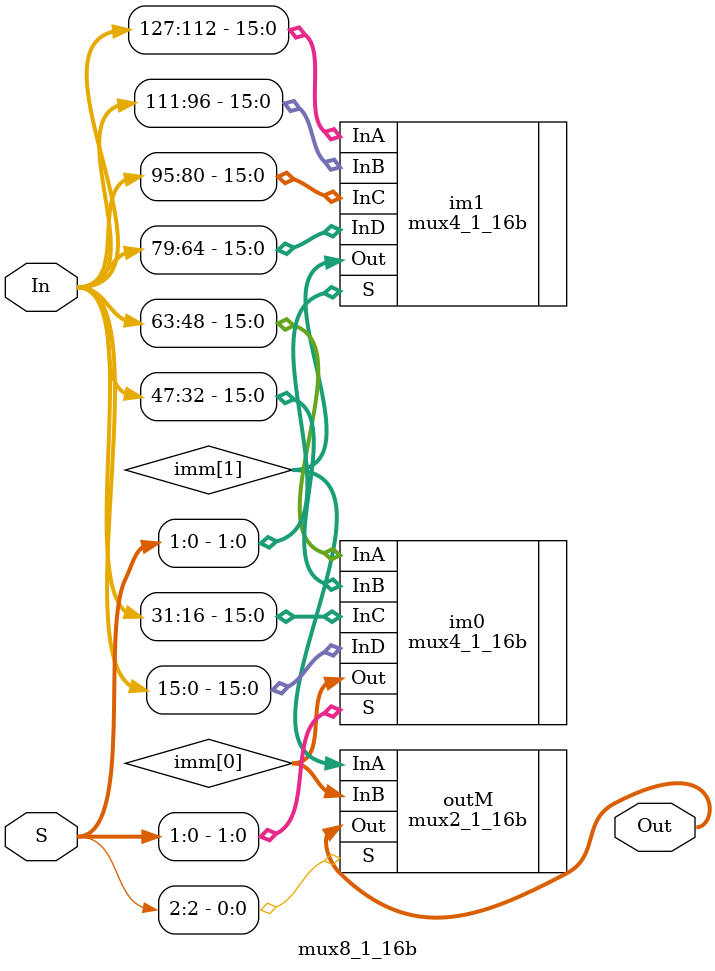
<source format=v>
/*
    CS/ECE 552 Spring '19
    Homework #3, Problem 1

    a 4-bit (quad) 4-1 Mux template
*/
module mux8_1_16b(In, S, Out);

   parameter wIn   = 8; // Number of inputs
   parameter wData = 16; // Data Width
   parameter wTotal = 128;
   parameter wSel  = 3;  // Select Width
 

   input [wTotal-1:0]          In;
   input [wSel-1:0] 	    S;
   output [wData-1:0] 	    Out;
   wire  [wData-1:0] 	    imm [3:0];

   mux4_1_16b im0(
	       // Outputs
	       .Out			(imm[0]),
	       // Inputs
	       .InA			(In[63:48]),
	       .InB			(In[47:32]),
	       .InC			(In[31:16]),
	       .InD			(In[15:0]),		  
	       .S			(S[1:0]));

   mux4_1_16b im1(
	       // Outputs
	       .Out			(imm[1]),
	       // Inputs
	       .InA			(In[127:112]),
	       .InB			(In[111:96]),		  
	       .InC			(In[95:80]),
	       .InD			(In[79:64]),
	       .S			(S[1:0]));

   mux2_1_16b outM(
	       // Outputs
	       .Out			(Out),
	       // Inputs
	       .InA			(imm[1]),
	       .InB			(imm[0]),
	       .S			(S[2]));

endmodule

</source>
